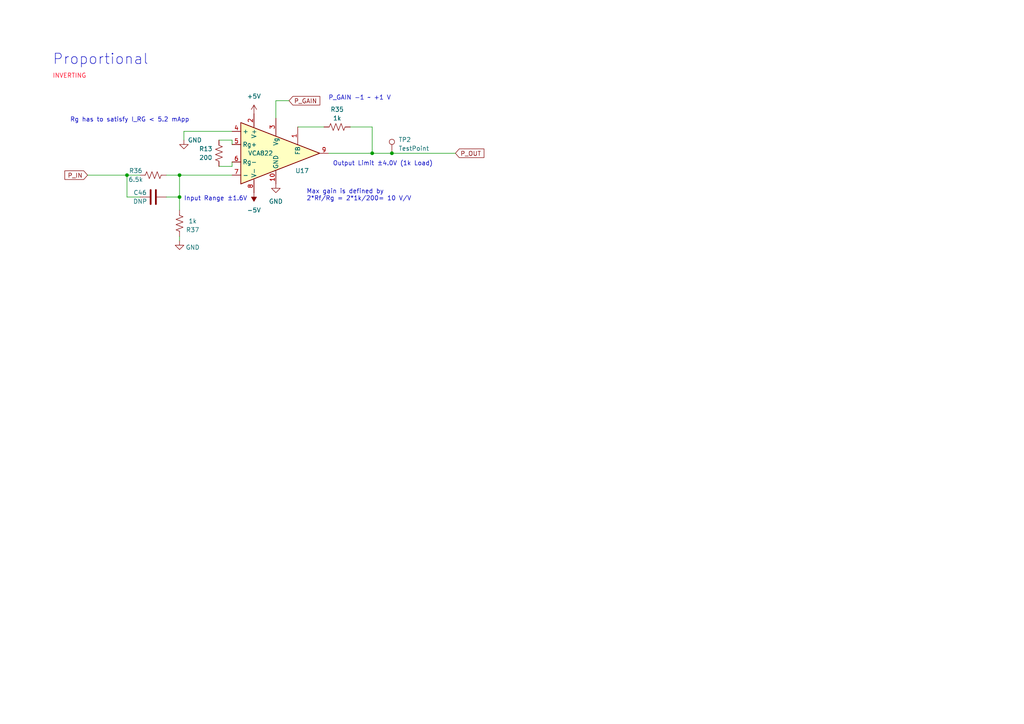
<source format=kicad_sch>
(kicad_sch (version 20230121) (generator eeschema)

  (uuid 4f33cb9b-c21c-4ab2-98de-4837987d7fc8)

  (paper "A4")

  (lib_symbols
    (symbol "Connector:TestPoint" (pin_numbers hide) (pin_names (offset 0.762) hide) (in_bom yes) (on_board yes)
      (property "Reference" "TP" (at 0 6.858 0)
        (effects (font (size 1.27 1.27)))
      )
      (property "Value" "TestPoint" (at 0 5.08 0)
        (effects (font (size 1.27 1.27)))
      )
      (property "Footprint" "" (at 5.08 0 0)
        (effects (font (size 1.27 1.27)) hide)
      )
      (property "Datasheet" "~" (at 5.08 0 0)
        (effects (font (size 1.27 1.27)) hide)
      )
      (property "ki_keywords" "test point tp" (at 0 0 0)
        (effects (font (size 1.27 1.27)) hide)
      )
      (property "ki_description" "test point" (at 0 0 0)
        (effects (font (size 1.27 1.27)) hide)
      )
      (property "ki_fp_filters" "Pin* Test*" (at 0 0 0)
        (effects (font (size 1.27 1.27)) hide)
      )
      (symbol "TestPoint_0_1"
        (circle (center 0 3.302) (radius 0.762)
          (stroke (width 0) (type default))
          (fill (type none))
        )
      )
      (symbol "TestPoint_1_1"
        (pin passive line (at 0 0 90) (length 2.54)
          (name "1" (effects (font (size 1.27 1.27))))
          (number "1" (effects (font (size 1.27 1.27))))
        )
      )
    )
    (symbol "Device:C" (pin_numbers hide) (pin_names (offset 0.254)) (in_bom yes) (on_board yes)
      (property "Reference" "C" (at 0.635 2.54 0)
        (effects (font (size 1.27 1.27)) (justify left))
      )
      (property "Value" "C" (at 0.635 -2.54 0)
        (effects (font (size 1.27 1.27)) (justify left))
      )
      (property "Footprint" "" (at 0.9652 -3.81 0)
        (effects (font (size 1.27 1.27)) hide)
      )
      (property "Datasheet" "~" (at 0 0 0)
        (effects (font (size 1.27 1.27)) hide)
      )
      (property "ki_keywords" "cap capacitor" (at 0 0 0)
        (effects (font (size 1.27 1.27)) hide)
      )
      (property "ki_description" "Unpolarized capacitor" (at 0 0 0)
        (effects (font (size 1.27 1.27)) hide)
      )
      (property "ki_fp_filters" "C_*" (at 0 0 0)
        (effects (font (size 1.27 1.27)) hide)
      )
      (symbol "C_0_1"
        (polyline
          (pts
            (xy -2.032 -0.762)
            (xy 2.032 -0.762)
          )
          (stroke (width 0.508) (type default))
          (fill (type none))
        )
        (polyline
          (pts
            (xy -2.032 0.762)
            (xy 2.032 0.762)
          )
          (stroke (width 0.508) (type default))
          (fill (type none))
        )
      )
      (symbol "C_1_1"
        (pin passive line (at 0 3.81 270) (length 2.794)
          (name "~" (effects (font (size 1.27 1.27))))
          (number "1" (effects (font (size 1.27 1.27))))
        )
        (pin passive line (at 0 -3.81 90) (length 2.794)
          (name "~" (effects (font (size 1.27 1.27))))
          (number "2" (effects (font (size 1.27 1.27))))
        )
      )
    )
    (symbol "Device:R_US" (pin_numbers hide) (pin_names (offset 0)) (in_bom yes) (on_board yes)
      (property "Reference" "R" (at 2.54 0 90)
        (effects (font (size 1.27 1.27)))
      )
      (property "Value" "R_US" (at -2.54 0 90)
        (effects (font (size 1.27 1.27)))
      )
      (property "Footprint" "" (at 1.016 -0.254 90)
        (effects (font (size 1.27 1.27)) hide)
      )
      (property "Datasheet" "~" (at 0 0 0)
        (effects (font (size 1.27 1.27)) hide)
      )
      (property "ki_keywords" "R res resistor" (at 0 0 0)
        (effects (font (size 1.27 1.27)) hide)
      )
      (property "ki_description" "Resistor, US symbol" (at 0 0 0)
        (effects (font (size 1.27 1.27)) hide)
      )
      (property "ki_fp_filters" "R_*" (at 0 0 0)
        (effects (font (size 1.27 1.27)) hide)
      )
      (symbol "R_US_0_1"
        (polyline
          (pts
            (xy 0 -2.286)
            (xy 0 -2.54)
          )
          (stroke (width 0) (type default))
          (fill (type none))
        )
        (polyline
          (pts
            (xy 0 2.286)
            (xy 0 2.54)
          )
          (stroke (width 0) (type default))
          (fill (type none))
        )
        (polyline
          (pts
            (xy 0 -0.762)
            (xy 1.016 -1.143)
            (xy 0 -1.524)
            (xy -1.016 -1.905)
            (xy 0 -2.286)
          )
          (stroke (width 0) (type default))
          (fill (type none))
        )
        (polyline
          (pts
            (xy 0 0.762)
            (xy 1.016 0.381)
            (xy 0 0)
            (xy -1.016 -0.381)
            (xy 0 -0.762)
          )
          (stroke (width 0) (type default))
          (fill (type none))
        )
        (polyline
          (pts
            (xy 0 2.286)
            (xy 1.016 1.905)
            (xy 0 1.524)
            (xy -1.016 1.143)
            (xy 0 0.762)
          )
          (stroke (width 0) (type default))
          (fill (type none))
        )
      )
      (symbol "R_US_1_1"
        (pin passive line (at 0 3.81 270) (length 1.27)
          (name "~" (effects (font (size 1.27 1.27))))
          (number "1" (effects (font (size 1.27 1.27))))
        )
        (pin passive line (at 0 -3.81 90) (length 1.27)
          (name "~" (effects (font (size 1.27 1.27))))
          (number "2" (effects (font (size 1.27 1.27))))
        )
      )
    )
    (symbol "local_lib:VCA822" (in_bom yes) (on_board yes)
      (property "Reference" "U" (at 1.27 0 0)
        (effects (font (size 1.27 1.27)))
      )
      (property "Value" "VCA822" (at 0 0 0)
        (effects (font (size 1.27 1.27)))
      )
      (property "Footprint" "Package_SO:VSSOP-10_3x3mm_P0.5mm" (at 0 0 0)
        (effects (font (size 1.27 1.27)) hide)
      )
      (property "Datasheet" "https://www.ti.com/lit/ds/symlink/vca822.pdf" (at 0 0 0)
        (effects (font (size 1.27 1.27)) hide)
      )
      (symbol "VCA822_0_1"
        (polyline
          (pts
            (xy 17.78 0)
            (xy -5.08 8.89)
            (xy -5.08 -8.89)
            (xy 17.78 0)
          )
          (stroke (width 0.254) (type default))
          (fill (type background))
        )
      )
      (symbol "VCA822_1_1"
        (pin input line (at 11.43 7.62 270) (length 5.08)
          (name "FB" (effects (font (size 1.27 1.27))))
          (number "1" (effects (font (size 1.27 1.27))))
        )
        (pin power_in line (at 5.08 -8.89 90) (length 3.81)
          (name "GND" (effects (font (size 1.27 1.27))))
          (number "10" (effects (font (size 1.27 1.27))))
        )
        (pin power_in line (at -1.27 11.43 270) (length 3.81)
          (name "V+" (effects (font (size 1.27 1.27))))
          (number "2" (effects (font (size 1.27 1.27))))
        )
        (pin input line (at 5.08 10.16 270) (length 5.08)
          (name "Vg" (effects (font (size 1.27 1.27))))
          (number "3" (effects (font (size 1.27 1.27))))
        )
        (pin input line (at -7.62 6.35 0) (length 2.54)
          (name "+" (effects (font (size 1.27 1.27))))
          (number "4" (effects (font (size 1.27 1.27))))
        )
        (pin passive line (at -7.62 2.54 0) (length 2.54)
          (name "Rg+" (effects (font (size 1.27 1.27))))
          (number "5" (effects (font (size 1.27 1.27))))
        )
        (pin passive line (at -7.62 -2.54 0) (length 2.54)
          (name "Rg-" (effects (font (size 1.27 1.27))))
          (number "6" (effects (font (size 1.27 1.27))))
        )
        (pin input line (at -7.62 -6.35 0) (length 2.54)
          (name "-" (effects (font (size 1.27 1.27))))
          (number "7" (effects (font (size 1.27 1.27))))
        )
        (pin power_in line (at -1.27 -11.43 90) (length 3.81)
          (name "V-" (effects (font (size 1.27 1.27))))
          (number "8" (effects (font (size 1.27 1.27))))
        )
        (pin output line (at 20.32 0 180) (length 2.54)
          (name "~" (effects (font (size 1.27 1.27))))
          (number "9" (effects (font (size 1.27 1.27))))
        )
      )
    )
    (symbol "power:+5V" (power) (pin_names (offset 0)) (in_bom yes) (on_board yes)
      (property "Reference" "#PWR" (at 0 -3.81 0)
        (effects (font (size 1.27 1.27)) hide)
      )
      (property "Value" "+5V" (at 0 3.556 0)
        (effects (font (size 1.27 1.27)))
      )
      (property "Footprint" "" (at 0 0 0)
        (effects (font (size 1.27 1.27)) hide)
      )
      (property "Datasheet" "" (at 0 0 0)
        (effects (font (size 1.27 1.27)) hide)
      )
      (property "ki_keywords" "global power" (at 0 0 0)
        (effects (font (size 1.27 1.27)) hide)
      )
      (property "ki_description" "Power symbol creates a global label with name \"+5V\"" (at 0 0 0)
        (effects (font (size 1.27 1.27)) hide)
      )
      (symbol "+5V_0_1"
        (polyline
          (pts
            (xy -0.762 1.27)
            (xy 0 2.54)
          )
          (stroke (width 0) (type default))
          (fill (type none))
        )
        (polyline
          (pts
            (xy 0 0)
            (xy 0 2.54)
          )
          (stroke (width 0) (type default))
          (fill (type none))
        )
        (polyline
          (pts
            (xy 0 2.54)
            (xy 0.762 1.27)
          )
          (stroke (width 0) (type default))
          (fill (type none))
        )
      )
      (symbol "+5V_1_1"
        (pin power_in line (at 0 0 90) (length 0) hide
          (name "+5V" (effects (font (size 1.27 1.27))))
          (number "1" (effects (font (size 1.27 1.27))))
        )
      )
    )
    (symbol "power:-5V" (power) (pin_names (offset 0)) (in_bom yes) (on_board yes)
      (property "Reference" "#PWR" (at 0 2.54 0)
        (effects (font (size 1.27 1.27)) hide)
      )
      (property "Value" "-5V" (at 0 3.81 0)
        (effects (font (size 1.27 1.27)))
      )
      (property "Footprint" "" (at 0 0 0)
        (effects (font (size 1.27 1.27)) hide)
      )
      (property "Datasheet" "" (at 0 0 0)
        (effects (font (size 1.27 1.27)) hide)
      )
      (property "ki_keywords" "global power" (at 0 0 0)
        (effects (font (size 1.27 1.27)) hide)
      )
      (property "ki_description" "Power symbol creates a global label with name \"-5V\"" (at 0 0 0)
        (effects (font (size 1.27 1.27)) hide)
      )
      (symbol "-5V_0_0"
        (pin power_in line (at 0 0 90) (length 0) hide
          (name "-5V" (effects (font (size 1.27 1.27))))
          (number "1" (effects (font (size 1.27 1.27))))
        )
      )
      (symbol "-5V_0_1"
        (polyline
          (pts
            (xy 0 0)
            (xy 0 1.27)
            (xy 0.762 1.27)
            (xy 0 2.54)
            (xy -0.762 1.27)
            (xy 0 1.27)
          )
          (stroke (width 0) (type default))
          (fill (type outline))
        )
      )
    )
    (symbol "power:GND" (power) (pin_names (offset 0)) (in_bom yes) (on_board yes)
      (property "Reference" "#PWR" (at 0 -6.35 0)
        (effects (font (size 1.27 1.27)) hide)
      )
      (property "Value" "GND" (at 0 -3.81 0)
        (effects (font (size 1.27 1.27)))
      )
      (property "Footprint" "" (at 0 0 0)
        (effects (font (size 1.27 1.27)) hide)
      )
      (property "Datasheet" "" (at 0 0 0)
        (effects (font (size 1.27 1.27)) hide)
      )
      (property "ki_keywords" "global power" (at 0 0 0)
        (effects (font (size 1.27 1.27)) hide)
      )
      (property "ki_description" "Power symbol creates a global label with name \"GND\" , ground" (at 0 0 0)
        (effects (font (size 1.27 1.27)) hide)
      )
      (symbol "GND_0_1"
        (polyline
          (pts
            (xy 0 0)
            (xy 0 -1.27)
            (xy 1.27 -1.27)
            (xy 0 -2.54)
            (xy -1.27 -1.27)
            (xy 0 -1.27)
          )
          (stroke (width 0) (type default))
          (fill (type none))
        )
      )
      (symbol "GND_1_1"
        (pin power_in line (at 0 0 270) (length 0) hide
          (name "GND" (effects (font (size 1.27 1.27))))
          (number "1" (effects (font (size 1.27 1.27))))
        )
      )
    )
  )

  (junction (at 52.07 57.15) (diameter 0) (color 0 0 0 0)
    (uuid 11410944-551c-4bc4-9d66-3f8a3b1366dd)
  )
  (junction (at 113.665 44.45) (diameter 0) (color 0 0 0 0)
    (uuid 53806452-ad90-4f1b-88e9-d107508757a7)
  )
  (junction (at 52.07 50.8) (diameter 0) (color 0 0 0 0)
    (uuid 5edd8237-764a-4da4-b6d2-50815d9c4525)
  )
  (junction (at 36.83 50.8) (diameter 0) (color 0 0 0 0)
    (uuid a1027a94-2956-446a-8dd7-3ad3e86cc825)
  )
  (junction (at 107.95 44.45) (diameter 0) (color 0 0 0 0)
    (uuid d012a90b-888a-4e13-a8b8-90f01e169af1)
  )

  (wire (pts (xy 52.07 50.8) (xy 52.07 57.15))
    (stroke (width 0) (type default))
    (uuid 0cde22be-014d-4dc8-b322-a18ed83db8f3)
  )
  (wire (pts (xy 40.64 57.15) (xy 36.83 57.15))
    (stroke (width 0) (type default))
    (uuid 0d64ff23-c5f4-4fbd-bacf-875fa6da1b77)
  )
  (wire (pts (xy 25.4 50.8) (xy 36.83 50.8))
    (stroke (width 0) (type default))
    (uuid 13db8210-bff9-4f6c-965e-4237a2cec6bc)
  )
  (wire (pts (xy 95.25 44.45) (xy 107.95 44.45))
    (stroke (width 0) (type default))
    (uuid 1e91fa2d-9116-44f4-9d10-bd133d6843b4)
  )
  (wire (pts (xy 113.665 44.45) (xy 132.08 44.45))
    (stroke (width 0) (type default))
    (uuid 31a2711a-942f-4573-ab59-19b37ca10874)
  )
  (wire (pts (xy 67.31 40.64) (xy 63.5 40.64))
    (stroke (width 0) (type default))
    (uuid 3767bde2-c7db-4955-89f8-734f8f5acd68)
  )
  (wire (pts (xy 52.07 50.8) (xy 67.31 50.8))
    (stroke (width 0) (type default))
    (uuid 414e42e6-4e3f-4e56-a4a9-233761427e1f)
  )
  (wire (pts (xy 80.01 29.21) (xy 83.82 29.21))
    (stroke (width 0) (type default))
    (uuid 522438b9-40bf-4c0b-829a-f4ad7693aa42)
  )
  (wire (pts (xy 52.07 68.58) (xy 52.07 69.85))
    (stroke (width 0) (type default))
    (uuid 6482fa78-e878-4244-bb63-724048d80ea5)
  )
  (wire (pts (xy 86.36 36.83) (xy 93.98 36.83))
    (stroke (width 0) (type default))
    (uuid 713f35bf-d90d-4b8e-a2db-cb7f37c80cde)
  )
  (wire (pts (xy 36.83 57.15) (xy 36.83 50.8))
    (stroke (width 0) (type default))
    (uuid 7b361d02-313c-485c-b714-1b9ee84551db)
  )
  (wire (pts (xy 107.95 36.83) (xy 107.95 44.45))
    (stroke (width 0) (type default))
    (uuid 82a995d6-82d6-429c-ab07-7af4938e5cc2)
  )
  (wire (pts (xy 101.6 36.83) (xy 107.95 36.83))
    (stroke (width 0) (type default))
    (uuid 846710ec-53f2-4504-b5fb-e98877b1bb33)
  )
  (wire (pts (xy 80.01 34.29) (xy 80.01 29.21))
    (stroke (width 0) (type default))
    (uuid 87e6fb2c-f1ef-410d-9b75-ec23644ee269)
  )
  (wire (pts (xy 48.26 57.15) (xy 52.07 57.15))
    (stroke (width 0) (type default))
    (uuid 8908e720-daea-494b-b5e7-650f66406cfb)
  )
  (wire (pts (xy 48.26 50.8) (xy 52.07 50.8))
    (stroke (width 0) (type default))
    (uuid 8e547359-5a34-4d0c-8ae9-b8f30ed568b7)
  )
  (wire (pts (xy 67.31 41.91) (xy 67.31 40.64))
    (stroke (width 0) (type default))
    (uuid a1fa21ca-1705-49a8-8325-5541b254c71e)
  )
  (wire (pts (xy 63.5 48.26) (xy 67.31 48.26))
    (stroke (width 0) (type default))
    (uuid a2319ba2-7da3-419e-acef-99631e0158f0)
  )
  (wire (pts (xy 52.07 57.15) (xy 52.07 60.96))
    (stroke (width 0) (type default))
    (uuid b817d0cf-f5c0-4db5-aca7-2430efbc3107)
  )
  (wire (pts (xy 67.31 46.99) (xy 67.31 48.26))
    (stroke (width 0) (type default))
    (uuid bf2049f8-a9d3-455e-a086-ed5a854998e6)
  )
  (wire (pts (xy 107.95 44.45) (xy 113.665 44.45))
    (stroke (width 0) (type default))
    (uuid c3d33aa1-bd0c-4208-8dd2-f1d30334e7c1)
  )
  (wire (pts (xy 67.31 38.1) (xy 53.34 38.1))
    (stroke (width 0) (type default))
    (uuid cc347597-54e1-44de-80ba-5035b3163daa)
  )
  (wire (pts (xy 53.34 38.1) (xy 53.34 40.64))
    (stroke (width 0) (type default))
    (uuid cd6e5972-30ac-44bc-8795-a0ae39ddb395)
  )
  (wire (pts (xy 36.83 50.8) (xy 40.64 50.8))
    (stroke (width 0) (type default))
    (uuid e7116c49-1259-47e7-b1ef-2d91b48278b2)
  )

  (text "Max gain is defined by \n2*Rf/Rg = 2*1k/200= 10 V/V"
    (at 88.9 58.42 0)
    (effects (font (size 1.27 1.27)) (justify left bottom))
    (uuid 050d5551-3a73-464b-9e24-a37125d27db4)
  )
  (text "Proportional" (at 15.24 19.05 0)
    (effects (font (size 3 3)) (justify left bottom))
    (uuid 232a5ed9-e297-4a1c-a736-ae99fb721a78)
  )
  (text "INVERTING" (at 15.24 22.86 0)
    (effects (font (size 1.27 1.27) (color 255 18 45 1)) (justify left bottom))
    (uuid 52d83201-fb1a-435e-b991-b817e3514b1b)
  )
  (text "Input Range ±1.6V" (at 53.34 58.42 0)
    (effects (font (size 1.27 1.27)) (justify left bottom))
    (uuid 770979a4-ef74-4083-a6ae-9729ae9beb82)
  )
  (text "Rg has to satisfy I_RG < 5.2 mApp" (at 20.32 35.56 0)
    (effects (font (size 1.27 1.27)) (justify left bottom))
    (uuid 852110b5-91dd-4f0b-8422-e71b4d671659)
  )
  (text "Output Limit ±4.0V (1k Load)" (at 96.52 48.26 0)
    (effects (font (size 1.27 1.27)) (justify left bottom))
    (uuid a21fd473-e3b2-4319-9ee1-8ba757debe3b)
  )
  (text "P_GAIN -1 ~ +1 V" (at 95.25 29.21 0)
    (effects (font (size 1.27 1.27)) (justify left bottom))
    (uuid aa1b18ef-6fca-464d-9ca3-15be60f7564c)
  )

  (global_label "P_IN" (shape input) (at 25.4 50.8 180) (fields_autoplaced)
    (effects (font (size 1.27 1.27)) (justify right))
    (uuid 58405be5-cc7b-4277-bba6-fe190b28145f)
    (property "Intersheetrefs" "${INTERSHEET_REFS}" (at 18.2419 50.8 0)
      (effects (font (size 1.27 1.27)) (justify right) hide)
    )
  )
  (global_label "P_GAIN" (shape input) (at 83.82 29.21 0) (fields_autoplaced)
    (effects (font (size 1.27 1.27)) (justify left))
    (uuid 931b3f15-4a9c-47e5-a6b6-c582aa0f808c)
    (property "Intersheetrefs" "${INTERSHEET_REFS}" (at 93.3367 29.21 0)
      (effects (font (size 1.27 1.27)) (justify left) hide)
    )
  )
  (global_label "P_OUT" (shape input) (at 132.08 44.45 0) (fields_autoplaced)
    (effects (font (size 1.27 1.27)) (justify left))
    (uuid ffa817b5-b31d-4529-95fd-c698c8d3254f)
    (property "Intersheetrefs" "${INTERSHEET_REFS}" (at 140.9314 44.45 0)
      (effects (font (size 1.27 1.27)) (justify left) hide)
    )
  )

  (symbol (lib_id "power:-5V") (at 73.66 55.88 180) (unit 1)
    (in_bom yes) (on_board yes) (dnp no) (fields_autoplaced)
    (uuid 0884b831-ec12-42f0-9c90-9291cf8d3be2)
    (property "Reference" "#PWR029" (at 73.66 58.42 0)
      (effects (font (size 1.27 1.27)) hide)
    )
    (property "Value" "-5V" (at 73.66 60.96 0)
      (effects (font (size 1.27 1.27)))
    )
    (property "Footprint" "" (at 73.66 55.88 0)
      (effects (font (size 1.27 1.27)) hide)
    )
    (property "Datasheet" "" (at 73.66 55.88 0)
      (effects (font (size 1.27 1.27)) hide)
    )
    (pin "1" (uuid 73457be7-ca51-4762-9c15-3293d53e689f))
    (instances
      (project "basic_pid"
        (path "/3a3d7bcb-6fa5-41ef-9ea1-6d4ab7c492fd"
          (reference "#PWR029") (unit 1)
        )
        (path "/3a3d7bcb-6fa5-41ef-9ea1-6d4ab7c492fd/69fda347-b380-48b8-893e-ff0bbf0ba1ac"
          (reference "#PWR081") (unit 1)
        )
      )
    )
  )

  (symbol (lib_id "power:GND") (at 52.07 69.85 0) (unit 1)
    (in_bom yes) (on_board yes) (dnp no)
    (uuid 0bf317c7-85e5-4341-b180-ef3a5cd97ca4)
    (property "Reference" "#PWR082" (at 52.07 76.2 0)
      (effects (font (size 1.27 1.27)) hide)
    )
    (property "Value" "GND" (at 55.88 71.755 0)
      (effects (font (size 1.27 1.27)))
    )
    (property "Footprint" "" (at 52.07 69.85 0)
      (effects (font (size 1.27 1.27)) hide)
    )
    (property "Datasheet" "" (at 52.07 69.85 0)
      (effects (font (size 1.27 1.27)) hide)
    )
    (pin "1" (uuid e2ca2214-b691-4239-b1c4-1be0b67f5894))
    (instances
      (project "basic_pid"
        (path "/3a3d7bcb-6fa5-41ef-9ea1-6d4ab7c492fd"
          (reference "#PWR082") (unit 1)
        )
        (path "/3a3d7bcb-6fa5-41ef-9ea1-6d4ab7c492fd/69fda347-b380-48b8-893e-ff0bbf0ba1ac"
          (reference "#PWR029") (unit 1)
        )
      )
    )
  )

  (symbol (lib_id "Device:R_US") (at 44.45 50.8 270) (unit 1)
    (in_bom yes) (on_board yes) (dnp no)
    (uuid 290f982e-861c-4127-a28c-c1ee5be3a4c5)
    (property "Reference" "R36" (at 39.37 49.53 90)
      (effects (font (size 1.27 1.27)))
    )
    (property "Value" "6.5k" (at 39.37 52.07 90)
      (effects (font (size 1.27 1.27)))
    )
    (property "Footprint" "Resistor_SMD:R_0805_2012Metric" (at 44.196 51.816 90)
      (effects (font (size 1.27 1.27)) hide)
    )
    (property "Datasheet" "~" (at 44.45 50.8 0)
      (effects (font (size 1.27 1.27)) hide)
    )
    (property "DIGIKEY" "2019-RN73H2ATTD1002B25CT-ND" (at 44.45 50.8 0)
      (effects (font (size 1.27 1.27)) hide)
    )
    (pin "1" (uuid 8cc15d2a-aff1-40a9-b338-070105c0d7e9))
    (pin "2" (uuid fac4d260-7b8e-477e-b1e6-6aabde8c27f4))
    (instances
      (project "basic_pid"
        (path "/3a3d7bcb-6fa5-41ef-9ea1-6d4ab7c492fd"
          (reference "R36") (unit 1)
        )
        (path "/3a3d7bcb-6fa5-41ef-9ea1-6d4ab7c492fd/69fda347-b380-48b8-893e-ff0bbf0ba1ac"
          (reference "R13") (unit 1)
        )
      )
    )
  )

  (symbol (lib_id "power:+5V") (at 73.66 33.02 0) (unit 1)
    (in_bom yes) (on_board yes) (dnp no) (fields_autoplaced)
    (uuid 29a21c71-1b5c-4152-8acc-66e372a2d162)
    (property "Reference" "#PWR024" (at 73.66 36.83 0)
      (effects (font (size 1.27 1.27)) hide)
    )
    (property "Value" "+5V" (at 73.66 27.94 0)
      (effects (font (size 1.27 1.27)))
    )
    (property "Footprint" "" (at 73.66 33.02 0)
      (effects (font (size 1.27 1.27)) hide)
    )
    (property "Datasheet" "" (at 73.66 33.02 0)
      (effects (font (size 1.27 1.27)) hide)
    )
    (pin "1" (uuid 922a48b9-8d31-48fc-9e9f-e8a3b090d8d0))
    (instances
      (project "basic_pid"
        (path "/3a3d7bcb-6fa5-41ef-9ea1-6d4ab7c492fd"
          (reference "#PWR024") (unit 1)
        )
        (path "/3a3d7bcb-6fa5-41ef-9ea1-6d4ab7c492fd/69fda347-b380-48b8-893e-ff0bbf0ba1ac"
          (reference "#PWR030") (unit 1)
        )
      )
    )
  )

  (symbol (lib_id "Device:C") (at 44.45 57.15 90) (unit 1)
    (in_bom yes) (on_board yes) (dnp no)
    (uuid 41a2c295-b66a-47d5-9c27-cac140f7afa7)
    (property "Reference" "C46" (at 40.64 55.88 90)
      (effects (font (size 1.27 1.27)))
    )
    (property "Value" "DNP" (at 40.64 58.42 90)
      (effects (font (size 1.27 1.27)))
    )
    (property "Footprint" "" (at 48.26 56.1848 0)
      (effects (font (size 1.27 1.27)) hide)
    )
    (property "Datasheet" "~" (at 44.45 57.15 0)
      (effects (font (size 1.27 1.27)) hide)
    )
    (pin "1" (uuid a929490e-5b3c-40a4-9af6-6af6b08284be))
    (pin "2" (uuid 0374d2f1-9bc1-4199-acec-9ea2ca827425))
    (instances
      (project "basic_pid"
        (path "/3a3d7bcb-6fa5-41ef-9ea1-6d4ab7c492fd"
          (reference "C46") (unit 1)
        )
        (path "/3a3d7bcb-6fa5-41ef-9ea1-6d4ab7c492fd/69fda347-b380-48b8-893e-ff0bbf0ba1ac"
          (reference "C46") (unit 1)
        )
      )
    )
  )

  (symbol (lib_id "power:GND") (at 53.34 40.64 0) (unit 1)
    (in_bom yes) (on_board yes) (dnp no)
    (uuid 626eeef3-e23e-453c-99e3-5283afe29394)
    (property "Reference" "#PWR030" (at 53.34 46.99 0)
      (effects (font (size 1.27 1.27)) hide)
    )
    (property "Value" "GND" (at 56.515 40.64 0)
      (effects (font (size 1.27 1.27)))
    )
    (property "Footprint" "" (at 53.34 40.64 0)
      (effects (font (size 1.27 1.27)) hide)
    )
    (property "Datasheet" "" (at 53.34 40.64 0)
      (effects (font (size 1.27 1.27)) hide)
    )
    (pin "1" (uuid eb445dc2-f1a7-4304-8c07-b19c72bf400a))
    (instances
      (project "basic_pid"
        (path "/3a3d7bcb-6fa5-41ef-9ea1-6d4ab7c492fd"
          (reference "#PWR030") (unit 1)
        )
        (path "/3a3d7bcb-6fa5-41ef-9ea1-6d4ab7c492fd/69fda347-b380-48b8-893e-ff0bbf0ba1ac"
          (reference "#PWR024") (unit 1)
        )
      )
    )
  )

  (symbol (lib_id "Device:R_US") (at 52.07 64.77 0) (unit 1)
    (in_bom yes) (on_board yes) (dnp no)
    (uuid 688240db-abe5-41e5-887b-c8ad3b2e0714)
    (property "Reference" "R37" (at 55.88 66.675 0)
      (effects (font (size 1.27 1.27)))
    )
    (property "Value" "1k" (at 55.88 64.135 0)
      (effects (font (size 1.27 1.27)))
    )
    (property "Footprint" "Resistor_SMD:R_0805_2012Metric" (at 53.086 65.024 90)
      (effects (font (size 1.27 1.27)) hide)
    )
    (property "Datasheet" "~" (at 52.07 64.77 0)
      (effects (font (size 1.27 1.27)) hide)
    )
    (property "DIGIKEY" "2019-RN73H2ATTD1002B25CT-ND" (at 52.07 64.77 0)
      (effects (font (size 1.27 1.27)) hide)
    )
    (pin "1" (uuid 6e3e9a70-2393-43fa-9c38-5881bdf007a7))
    (pin "2" (uuid 29d43290-baa0-4ba6-85ff-85feecb7d2a8))
    (instances
      (project "basic_pid"
        (path "/3a3d7bcb-6fa5-41ef-9ea1-6d4ab7c492fd"
          (reference "R37") (unit 1)
        )
        (path "/3a3d7bcb-6fa5-41ef-9ea1-6d4ab7c492fd/69fda347-b380-48b8-893e-ff0bbf0ba1ac"
          (reference "R36") (unit 1)
        )
      )
    )
  )

  (symbol (lib_id "Device:R_US") (at 97.79 36.83 90) (unit 1)
    (in_bom yes) (on_board yes) (dnp no)
    (uuid 73da72d6-288c-43bf-9018-a8f97636ad56)
    (property "Reference" "R35" (at 97.79 31.75 90)
      (effects (font (size 1.27 1.27)))
    )
    (property "Value" "1k" (at 97.79 34.29 90)
      (effects (font (size 1.27 1.27)))
    )
    (property "Footprint" "" (at 98.044 35.814 90)
      (effects (font (size 1.27 1.27)) hide)
    )
    (property "Datasheet" "~" (at 97.79 36.83 0)
      (effects (font (size 1.27 1.27)) hide)
    )
    (pin "1" (uuid 338d4d3c-a72d-4d95-a5f7-c504e4aa642f))
    (pin "2" (uuid 321f6dbb-dd1f-4331-ba23-cc0f57abc3aa))
    (instances
      (project "basic_pid"
        (path "/3a3d7bcb-6fa5-41ef-9ea1-6d4ab7c492fd"
          (reference "R35") (unit 1)
        )
        (path "/3a3d7bcb-6fa5-41ef-9ea1-6d4ab7c492fd/69fda347-b380-48b8-893e-ff0bbf0ba1ac"
          (reference "R37") (unit 1)
        )
      )
    )
  )

  (symbol (lib_id "Device:R_US") (at 63.5 44.45 180) (unit 1)
    (in_bom yes) (on_board yes) (dnp no)
    (uuid 7bfa2741-8e9c-4973-83bf-85fb5e71c924)
    (property "Reference" "R13" (at 59.69 43.18 0)
      (effects (font (size 1.27 1.27)))
    )
    (property "Value" "200" (at 59.69 45.72 0)
      (effects (font (size 1.27 1.27)))
    )
    (property "Footprint" "Resistor_SMD:R_0805_2012Metric" (at 62.484 44.196 90)
      (effects (font (size 1.27 1.27)) hide)
    )
    (property "Datasheet" "~" (at 63.5 44.45 0)
      (effects (font (size 1.27 1.27)) hide)
    )
    (property "DIGIKEY" "2019-RN73H2ATTD1002B25CT-ND" (at 63.5 44.45 0)
      (effects (font (size 1.27 1.27)) hide)
    )
    (pin "1" (uuid a7671e73-8467-4e23-b765-fa65ca6011e8))
    (pin "2" (uuid 6b0a0a11-b57e-496b-b13e-7942f49602cd))
    (instances
      (project "basic_pid"
        (path "/3a3d7bcb-6fa5-41ef-9ea1-6d4ab7c492fd"
          (reference "R13") (unit 1)
        )
        (path "/3a3d7bcb-6fa5-41ef-9ea1-6d4ab7c492fd/69fda347-b380-48b8-893e-ff0bbf0ba1ac"
          (reference "R35") (unit 1)
        )
      )
    )
  )

  (symbol (lib_id "Connector:TestPoint") (at 113.665 44.45 0) (unit 1)
    (in_bom yes) (on_board yes) (dnp no) (fields_autoplaced)
    (uuid 808bf9b7-5828-43f1-adca-b078b204b2b6)
    (property "Reference" "TP2" (at 115.57 40.513 0)
      (effects (font (size 1.27 1.27)) (justify left))
    )
    (property "Value" "TestPoint" (at 115.57 43.053 0)
      (effects (font (size 1.27 1.27)) (justify left))
    )
    (property "Footprint" "TestPoint:TestPoint_Pad_D3.0mm" (at 118.745 44.45 0)
      (effects (font (size 1.27 1.27)) hide)
    )
    (property "Datasheet" "~" (at 118.745 44.45 0)
      (effects (font (size 1.27 1.27)) hide)
    )
    (pin "1" (uuid 648a9cf1-d6d8-4d80-8eba-df7e1f9f514b))
    (instances
      (project "basic_pid"
        (path "/3a3d7bcb-6fa5-41ef-9ea1-6d4ab7c492fd"
          (reference "TP2") (unit 1)
        )
        (path "/3a3d7bcb-6fa5-41ef-9ea1-6d4ab7c492fd/69fda347-b380-48b8-893e-ff0bbf0ba1ac"
          (reference "TP2") (unit 1)
        )
      )
    )
  )

  (symbol (lib_id "power:GND") (at 80.01 53.34 0) (unit 1)
    (in_bom yes) (on_board yes) (dnp no) (fields_autoplaced)
    (uuid 892cb34e-9e3e-41c6-b94a-d7e6925c805b)
    (property "Reference" "#PWR081" (at 80.01 59.69 0)
      (effects (font (size 1.27 1.27)) hide)
    )
    (property "Value" "GND" (at 80.01 58.42 0)
      (effects (font (size 1.27 1.27)))
    )
    (property "Footprint" "" (at 80.01 53.34 0)
      (effects (font (size 1.27 1.27)) hide)
    )
    (property "Datasheet" "" (at 80.01 53.34 0)
      (effects (font (size 1.27 1.27)) hide)
    )
    (pin "1" (uuid 3ca2661b-1c1e-4e27-80f6-cf72bf0cf18b))
    (instances
      (project "basic_pid"
        (path "/3a3d7bcb-6fa5-41ef-9ea1-6d4ab7c492fd"
          (reference "#PWR081") (unit 1)
        )
        (path "/3a3d7bcb-6fa5-41ef-9ea1-6d4ab7c492fd/69fda347-b380-48b8-893e-ff0bbf0ba1ac"
          (reference "#PWR082") (unit 1)
        )
      )
    )
  )

  (symbol (lib_id "local_lib:VCA822") (at 74.93 44.45 0) (unit 1)
    (in_bom yes) (on_board yes) (dnp no)
    (uuid 9585a805-d855-44ea-b1f8-dd4d99fd205c)
    (property "Reference" "U17" (at 87.63 49.53 0)
      (effects (font (size 1.27 1.27)))
    )
    (property "Value" "VCA822" (at 75.565 44.45 0)
      (effects (font (size 1.27 1.27)))
    )
    (property "Footprint" "Package_SO:VSSOP-10_3x3mm_P0.5mm" (at 74.93 44.45 0)
      (effects (font (size 1.27 1.27)) hide)
    )
    (property "Datasheet" "https://www.ti.com/lit/ds/symlink/vca822.pdf" (at 74.93 44.45 0)
      (effects (font (size 1.27 1.27)) hide)
    )
    (pin "1" (uuid b70e8858-03f8-4222-b979-ad62dd88c08b))
    (pin "10" (uuid 7c7bfca6-a409-4741-b5b1-052b734151ad))
    (pin "2" (uuid 2e76ef6b-afaf-4f3e-b693-79dded41f43f))
    (pin "3" (uuid 65819d09-ca82-4ff1-83c7-17fa8027c3b8))
    (pin "4" (uuid da100e53-45b0-40aa-a791-de1273c99cd2))
    (pin "5" (uuid 48f80f9c-20f7-417d-af28-af22bf58baf8))
    (pin "6" (uuid 704f2977-edcd-4673-85c3-bd54eefaab00))
    (pin "7" (uuid f6dd8c48-93fd-48b2-b68d-b9ceca5c0555))
    (pin "8" (uuid 9d7cb596-45bc-4d71-b82a-1b81018b851c))
    (pin "9" (uuid 0fe844b2-e721-4226-81b4-edcfd0897b59))
    (instances
      (project "basic_pid"
        (path "/3a3d7bcb-6fa5-41ef-9ea1-6d4ab7c492fd"
          (reference "U17") (unit 1)
        )
        (path "/3a3d7bcb-6fa5-41ef-9ea1-6d4ab7c492fd/69fda347-b380-48b8-893e-ff0bbf0ba1ac"
          (reference "U17") (unit 1)
        )
      )
    )
  )
)

</source>
